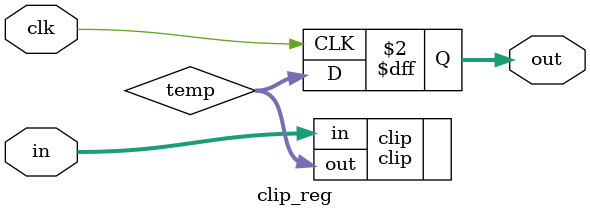
<source format=v>


module clip_reg
  #(parameter bits_in=0,
    parameter bits_out=0)
    (input clk,
     input [bits_in-1:0] in,
     output reg [bits_out-1:0] out);
   
   wire [bits_out-1:0] temp;

   clip #(.bits_in(bits_in),.bits_out(bits_out)) clip (.in(in),.out(temp));
   always @(posedge clk)
     out <= temp;
   
endmodule // clip_reg


</source>
